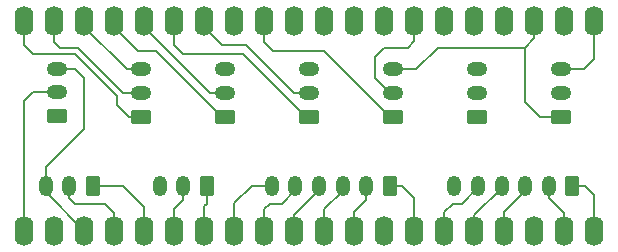
<source format=gbr>
%TF.GenerationSoftware,KiCad,Pcbnew,8.0.1*%
%TF.CreationDate,2024-04-20T16:28:09+12:00*%
%TF.ProjectId,RPi-Connector,5250692d-436f-46e6-9e65-63746f722e6b,rev?*%
%TF.SameCoordinates,Original*%
%TF.FileFunction,Copper,L1,Top*%
%TF.FilePolarity,Positive*%
%FSLAX46Y46*%
G04 Gerber Fmt 4.6, Leading zero omitted, Abs format (unit mm)*
G04 Created by KiCad (PCBNEW 8.0.1) date 2024-04-20 16:28:09*
%MOMM*%
%LPD*%
G01*
G04 APERTURE LIST*
G04 Aperture macros list*
%AMRoundRect*
0 Rectangle with rounded corners*
0 $1 Rounding radius*
0 $2 $3 $4 $5 $6 $7 $8 $9 X,Y pos of 4 corners*
0 Add a 4 corners polygon primitive as box body*
4,1,4,$2,$3,$4,$5,$6,$7,$8,$9,$2,$3,0*
0 Add four circle primitives for the rounded corners*
1,1,$1+$1,$2,$3*
1,1,$1+$1,$4,$5*
1,1,$1+$1,$6,$7*
1,1,$1+$1,$8,$9*
0 Add four rect primitives between the rounded corners*
20,1,$1+$1,$2,$3,$4,$5,0*
20,1,$1+$1,$4,$5,$6,$7,0*
20,1,$1+$1,$6,$7,$8,$9,0*
20,1,$1+$1,$8,$9,$2,$3,0*%
G04 Aperture macros list end*
%TA.AperFunction,ComponentPad*%
%ADD10RoundRect,0.250000X0.625000X-0.350000X0.625000X0.350000X-0.625000X0.350000X-0.625000X-0.350000X0*%
%TD*%
%TA.AperFunction,ComponentPad*%
%ADD11O,1.750000X1.200000*%
%TD*%
%TA.AperFunction,ComponentPad*%
%ADD12RoundRect,0.250000X0.350000X0.625000X-0.350000X0.625000X-0.350000X-0.625000X0.350000X-0.625000X0*%
%TD*%
%TA.AperFunction,ComponentPad*%
%ADD13O,1.200000X1.750000*%
%TD*%
%TA.AperFunction,ComponentPad*%
%ADD14O,1.600000X2.540000*%
%TD*%
%TA.AperFunction,Conductor*%
%ADD15C,0.200000*%
%TD*%
G04 APERTURE END LIST*
D10*
%TO.P,PWR1,1,Pin_1*%
%TO.N,/GND*%
X170180000Y-83312000D03*
D11*
%TO.P,PWR1,2,Pin_2*%
%TO.N,unconnected-(PWR1-Pin_2-Pad2)*%
X170180000Y-81312000D03*
%TO.P,PWR1,3,Pin_3*%
%TO.N,/VBUS*%
X170180000Y-79312000D03*
%TD*%
D10*
%TO.P,J8,1,Pin_1*%
%TO.N,Net-(J8-Pin_1)*%
X155956000Y-83312000D03*
D11*
%TO.P,J8,2,Pin_2*%
%TO.N,Net-(J8-Pin_2)*%
X155956000Y-81312000D03*
%TO.P,J8,3,Pin_3*%
%TO.N,/GND*%
X155956000Y-79312000D03*
%TD*%
D10*
%TO.P,J7,1,Pin_1*%
%TO.N,Net-(J7-Pin_1)*%
X141732000Y-83312000D03*
D11*
%TO.P,J7,2,Pin_2*%
%TO.N,Net-(J7-Pin_2)*%
X141732000Y-81312000D03*
%TO.P,J7,3,Pin_3*%
%TO.N,Net-(J6-Pin_3)*%
X141732000Y-79312000D03*
%TD*%
D10*
%TO.P,J6,1,Pin_1*%
%TO.N,Net-(J6-Pin_1)*%
X134620000Y-83312000D03*
D11*
%TO.P,J6,2,Pin_2*%
%TO.N,Net-(J6-Pin_2)*%
X134620000Y-81312000D03*
%TO.P,J6,3,Pin_3*%
%TO.N,Net-(J6-Pin_3)*%
X134620000Y-79312000D03*
%TD*%
D10*
%TO.P,J5,1,Pin_1*%
%TO.N,Net-(J5-Pin_1)*%
X127508000Y-83248000D03*
D11*
%TO.P,J5,2,Pin_2*%
%TO.N,Net-(J5-Pin_2)*%
X127508000Y-81248000D03*
%TO.P,J5,3,Pin_3*%
%TO.N,Net-(J4-Pin_3)*%
X127508000Y-79248000D03*
%TD*%
D12*
%TO.P,J4,1,Pin_1*%
%TO.N,Net-(J4-Pin_1)*%
X130556000Y-89154000D03*
D13*
%TO.P,J4,2,Pin_2*%
%TO.N,Net-(J4-Pin_2)*%
X128556000Y-89154000D03*
%TO.P,J4,3,Pin_3*%
%TO.N,Net-(J4-Pin_3)*%
X126556000Y-89154000D03*
%TD*%
D12*
%TO.P,J2,1,Pin_1*%
%TO.N,Net-(J2-Pin_1)*%
X155702000Y-89154000D03*
D13*
%TO.P,J2,2,Pin_2*%
%TO.N,Net-(J2-Pin_2)*%
X153702000Y-89154000D03*
%TO.P,J2,3,Pin_3*%
%TO.N,Net-(J2-Pin_3)*%
X151702000Y-89154000D03*
%TO.P,J2,4,Pin_4*%
%TO.N,Net-(J2-Pin_4)*%
X149702000Y-89154000D03*
%TO.P,J2,5,Pin_5*%
%TO.N,Net-(J2-Pin_5)*%
X147702000Y-89154000D03*
%TO.P,J2,6,Pin_6*%
%TO.N,Net-(J2-Pin_6)*%
X145702000Y-89154000D03*
%TD*%
D10*
%TO.P,I2C1,1,Pin_1*%
%TO.N,/SDA*%
X148844000Y-83312000D03*
D11*
%TO.P,I2C1,2,Pin_2*%
%TO.N,/SCL*%
X148844000Y-81312000D03*
%TO.P,I2C1,3,Pin_3*%
%TO.N,Net-(I2C1-Pin_3)*%
X148844000Y-79312000D03*
%TD*%
D10*
%TO.P,ALG1,1,Pin_1*%
%TO.N,/ADC0*%
X163068000Y-83312000D03*
D11*
%TO.P,ALG1,2,Pin_2*%
%TO.N,/ADC1*%
X163068000Y-81312000D03*
%TO.P,ALG1,3,Pin_3*%
%TO.N,Net-(ALG1-Pin_3)*%
X163068000Y-79312000D03*
%TD*%
D14*
%TO.P,U1,1,GP0*%
%TO.N,Net-(J1-Pin_1)*%
X173000000Y-93000000D03*
%TO.P,U1,2,GP1*%
%TO.N,Net-(J1-Pin_2)*%
X170460000Y-93000000D03*
%TO.P,U1,3,GND*%
%TO.N,Net-(J1-Pin_6)*%
X167920000Y-93000000D03*
%TO.P,U1,4,GP2*%
%TO.N,Net-(J1-Pin_3)*%
X165380000Y-93000000D03*
%TO.P,U1,5,GP3*%
%TO.N,Net-(J1-Pin_4)*%
X162840000Y-93000000D03*
%TO.P,U1,6,GP4*%
%TO.N,Net-(J1-Pin_5)*%
X160300000Y-93000000D03*
%TO.P,U1,7,GP5*%
%TO.N,Net-(J2-Pin_1)*%
X157760000Y-93000000D03*
%TO.P,U1,8,GND*%
%TO.N,unconnected-(U1-GND-Pad8)*%
X155220000Y-93000000D03*
%TO.P,U1,9,GP6*%
%TO.N,Net-(J2-Pin_2)*%
X152680000Y-93000000D03*
%TO.P,U1,10,GP7*%
%TO.N,Net-(J2-Pin_3)*%
X150140000Y-93000000D03*
%TO.P,U1,11,GP8*%
%TO.N,Net-(J2-Pin_4)*%
X147600000Y-93000000D03*
%TO.P,U1,12,GP9*%
%TO.N,Net-(J2-Pin_5)*%
X145060000Y-93000000D03*
%TO.P,U1,13,GND*%
%TO.N,Net-(J2-Pin_6)*%
X142520000Y-93000000D03*
%TO.P,U1,14,GP10*%
%TO.N,Net-(J3-Pin_1)*%
X139980000Y-93000000D03*
%TO.P,U1,15,GP11*%
%TO.N,Net-(J3-Pin_2)*%
X137440000Y-93000000D03*
%TO.P,U1,16,GP12*%
%TO.N,Net-(J4-Pin_1)*%
X134900000Y-93000000D03*
%TO.P,U1,17,GP13*%
%TO.N,Net-(J4-Pin_2)*%
X132360000Y-93000000D03*
%TO.P,U1,18,GND*%
%TO.N,Net-(J4-Pin_3)*%
X129820000Y-93000000D03*
%TO.P,U1,19,GP14*%
%TO.N,Net-(J5-Pin_1)*%
X127280000Y-93000000D03*
%TO.P,U1,20,GP15*%
%TO.N,Net-(J5-Pin_2)*%
X124740000Y-93000000D03*
%TO.P,U1,21,GP16*%
%TO.N,Net-(J6-Pin_1)*%
X124740000Y-75220000D03*
%TO.P,U1,22,GP17*%
%TO.N,Net-(J6-Pin_2)*%
X127280000Y-75220000D03*
%TO.P,U1,23,GND*%
%TO.N,Net-(J6-Pin_3)*%
X129820000Y-75220000D03*
%TO.P,U1,24,GP18*%
%TO.N,Net-(J7-Pin_1)*%
X132360000Y-75220000D03*
%TO.P,U1,25,GP19*%
%TO.N,Net-(J7-Pin_2)*%
X134900000Y-75220000D03*
%TO.P,U1,26,GP20*%
%TO.N,/SDA*%
X137440000Y-75220000D03*
%TO.P,U1,27,GP21*%
%TO.N,/SCL*%
X139980000Y-75220000D03*
%TO.P,U1,28,GND*%
%TO.N,Net-(I2C1-Pin_3)*%
X142520000Y-75220000D03*
%TO.P,U1,29,GP22*%
%TO.N,Net-(J8-Pin_1)*%
X145060000Y-75220000D03*
%TO.P,U1,30,RUN*%
%TO.N,unconnected-(U1-RUN-Pad30)*%
X147600000Y-75220000D03*
%TO.P,U1,31,GP26*%
%TO.N,/ADC0*%
X150140000Y-75220000D03*
%TO.P,U1,32,GP27*%
%TO.N,/ADC1*%
X152680000Y-75220000D03*
%TO.P,U1,33,GND*%
%TO.N,Net-(ALG1-Pin_3)*%
X155220000Y-75220000D03*
%TO.P,U1,34,GP28*%
%TO.N,Net-(J8-Pin_2)*%
X157760000Y-75220000D03*
%TO.P,U1,35,ADC_VREF*%
%TO.N,unconnected-(U1-ADC_VREF-Pad35)*%
X160300000Y-75220000D03*
%TO.P,U1,36,3V3(OUT)*%
%TO.N,unconnected-(U1-3V3(OUT)-Pad36)*%
X162840000Y-75220000D03*
%TO.P,U1,37,3V3_EN*%
%TO.N,unconnected-(U1-3V3_EN-Pad37)*%
X165380000Y-75220000D03*
%TO.P,U1,38,GND*%
%TO.N,/GND*%
X167920000Y-75220000D03*
%TO.P,U1,39,VSYS*%
%TO.N,unconnected-(U1-VSYS-Pad39)*%
X170460000Y-75220000D03*
%TO.P,U1,40,VBUS*%
%TO.N,/VBUS*%
X173000000Y-75220000D03*
%TD*%
D12*
%TO.P,J1,1,Pin_1*%
%TO.N,Net-(J1-Pin_1)*%
X171164000Y-89154000D03*
D13*
%TO.P,J1,2,Pin_2*%
%TO.N,Net-(J1-Pin_2)*%
X169164000Y-89154000D03*
%TO.P,J1,3,Pin_3*%
%TO.N,Net-(J1-Pin_3)*%
X167164000Y-89154000D03*
%TO.P,J1,4,Pin_4*%
%TO.N,Net-(J1-Pin_4)*%
X165164000Y-89154000D03*
%TO.P,J1,5,Pin_5*%
%TO.N,Net-(J1-Pin_5)*%
X163164000Y-89154000D03*
%TO.P,J1,6,Pin_6*%
%TO.N,Net-(J1-Pin_6)*%
X161164000Y-89154000D03*
%TD*%
D12*
%TO.P,J3,1,Pin_1*%
%TO.N,Net-(J3-Pin_1)*%
X140208000Y-89154000D03*
D13*
%TO.P,J3,2,Pin_2*%
%TO.N,Net-(J3-Pin_2)*%
X138208000Y-89154000D03*
%TO.P,J3,3,Pin_3*%
%TO.N,Net-(J2-Pin_6)*%
X136208000Y-89154000D03*
%TD*%
D15*
%TO.N,/VBUS*%
X173000000Y-78460000D02*
X173000000Y-75220000D01*
X172148000Y-79312000D02*
X173000000Y-78460000D01*
X170180000Y-79312000D02*
X172148000Y-79312000D01*
%TO.N,/GND*%
X167132000Y-82042000D02*
X168402000Y-83312000D01*
X168402000Y-83312000D02*
X170180000Y-83312000D01*
X167132000Y-77470000D02*
X167132000Y-82042000D01*
%TO.N,Net-(J8-Pin_2)*%
X157760000Y-76936000D02*
X157760000Y-75220000D01*
X155194000Y-77470000D02*
X157226000Y-77470000D01*
X154432000Y-78232000D02*
X155194000Y-77470000D01*
X154432000Y-80010000D02*
X154432000Y-78232000D01*
X155734000Y-81312000D02*
X154432000Y-80010000D01*
X155956000Y-81312000D02*
X155734000Y-81312000D01*
X157226000Y-77470000D02*
X157760000Y-76936000D01*
%TO.N,/GND*%
X167132000Y-77470000D02*
X167920000Y-76682000D01*
X159766000Y-77470000D02*
X167132000Y-77470000D01*
X157924000Y-79312000D02*
X159766000Y-77470000D01*
X155956000Y-79312000D02*
X157924000Y-79312000D01*
X167920000Y-76682000D02*
X167920000Y-75220000D01*
%TO.N,Net-(J8-Pin_1)*%
X155702000Y-83312000D02*
X155956000Y-83312000D01*
X150114000Y-77724000D02*
X155702000Y-83312000D01*
X145796000Y-77724000D02*
X150114000Y-77724000D01*
X145060000Y-75220000D02*
X145060000Y-76988000D01*
X145060000Y-76988000D02*
X145796000Y-77724000D01*
%TO.N,/SCL*%
X147606000Y-81312000D02*
X148844000Y-81312000D01*
X141478000Y-77216000D02*
X143510000Y-77216000D01*
X139980000Y-75718000D02*
X141478000Y-77216000D01*
X143510000Y-77216000D02*
X147606000Y-81312000D01*
X139980000Y-75220000D02*
X139980000Y-75718000D01*
%TO.N,/SDA*%
X148590000Y-83312000D02*
X148844000Y-83312000D01*
X143256000Y-77978000D02*
X148590000Y-83312000D01*
X138176000Y-77978000D02*
X143256000Y-77978000D01*
X137440000Y-75220000D02*
X137440000Y-77242000D01*
X137440000Y-77242000D02*
X138176000Y-77978000D01*
%TO.N,Net-(J7-Pin_2)*%
X140494000Y-81312000D02*
X141732000Y-81312000D01*
X134900000Y-75718000D02*
X140494000Y-81312000D01*
X134900000Y-75220000D02*
X134900000Y-75718000D01*
%TO.N,Net-(J7-Pin_1)*%
X141478000Y-83312000D02*
X141732000Y-83312000D01*
X135890000Y-77724000D02*
X141478000Y-83312000D01*
X134366000Y-77724000D02*
X135890000Y-77724000D01*
X132360000Y-75220000D02*
X132360000Y-75718000D01*
X132360000Y-75718000D02*
X134366000Y-77724000D01*
%TO.N,Net-(J6-Pin_3)*%
X133414000Y-79312000D02*
X134620000Y-79312000D01*
X129820000Y-75718000D02*
X133414000Y-79312000D01*
X129820000Y-75220000D02*
X129820000Y-75718000D01*
%TO.N,Net-(J6-Pin_2)*%
X133128000Y-81312000D02*
X134620000Y-81312000D01*
X127762000Y-77470000D02*
X129286000Y-77470000D01*
X127280000Y-76988000D02*
X127762000Y-77470000D01*
X127280000Y-75220000D02*
X127280000Y-76988000D01*
X129286000Y-77470000D02*
X133128000Y-81312000D01*
%TO.N,Net-(J6-Pin_1)*%
X133604000Y-83312000D02*
X134620000Y-83312000D01*
X132588000Y-82296000D02*
X133604000Y-83312000D01*
X132588000Y-81534000D02*
X132588000Y-82296000D01*
X129032000Y-77978000D02*
X132588000Y-81534000D01*
X125476000Y-77978000D02*
X129032000Y-77978000D01*
X124740000Y-77242000D02*
X125476000Y-77978000D01*
X124740000Y-75220000D02*
X124740000Y-77242000D01*
%TO.N,Net-(J4-Pin_3)*%
X129794000Y-80010000D02*
X129032000Y-79248000D01*
X126556000Y-87566000D02*
X129794000Y-84328000D01*
X129032000Y-79248000D02*
X127508000Y-79248000D01*
X126556000Y-89154000D02*
X126556000Y-87566000D01*
X129794000Y-84328000D02*
X129794000Y-80010000D01*
%TO.N,Net-(J5-Pin_2)*%
X124740000Y-82016000D02*
X125508000Y-81248000D01*
X125508000Y-81248000D02*
X127508000Y-81248000D01*
X124740000Y-93000000D02*
X124740000Y-82016000D01*
%TO.N,Net-(J4-Pin_3)*%
X126556000Y-89736000D02*
X129820000Y-93000000D01*
X126556000Y-89154000D02*
X126556000Y-89736000D01*
%TO.N,Net-(J4-Pin_2)*%
X132360000Y-91466000D02*
X132360000Y-93000000D01*
X131572000Y-90678000D02*
X132360000Y-91466000D01*
X128556000Y-90202000D02*
X129032000Y-90678000D01*
X128556000Y-89154000D02*
X128556000Y-90202000D01*
X129032000Y-90678000D02*
X131572000Y-90678000D01*
%TO.N,Net-(J4-Pin_1)*%
X134900000Y-90958000D02*
X134900000Y-93000000D01*
X133096000Y-89154000D02*
X134900000Y-90958000D01*
X130556000Y-89154000D02*
X133096000Y-89154000D01*
%TO.N,Net-(J3-Pin_2)*%
X137440000Y-91160000D02*
X137440000Y-93000000D01*
X138208000Y-89154000D02*
X138208000Y-90392000D01*
X138208000Y-90392000D02*
X137440000Y-91160000D01*
%TO.N,Net-(J3-Pin_1)*%
X139980000Y-90906000D02*
X139980000Y-93000000D01*
X140208000Y-90678000D02*
X139980000Y-90906000D01*
X140208000Y-89154000D02*
X140208000Y-90678000D01*
%TO.N,Net-(J2-Pin_6)*%
X142520000Y-90652000D02*
X142520000Y-93000000D01*
X144018000Y-89154000D02*
X142520000Y-90652000D01*
X145702000Y-89154000D02*
X144018000Y-89154000D01*
%TO.N,Net-(J2-Pin_5)*%
X145542000Y-90678000D02*
X145060000Y-91160000D01*
X147702000Y-89534000D02*
X146558000Y-90678000D01*
X145060000Y-91160000D02*
X145060000Y-93000000D01*
X147702000Y-89154000D02*
X147702000Y-89534000D01*
X146558000Y-90678000D02*
X145542000Y-90678000D01*
%TO.N,Net-(J2-Pin_4)*%
X147600000Y-91668000D02*
X147600000Y-93000000D01*
X149702000Y-89566000D02*
X147600000Y-91668000D01*
X149702000Y-89154000D02*
X149702000Y-89566000D01*
%TO.N,Net-(J2-Pin_3)*%
X150140000Y-91160000D02*
X150140000Y-93000000D01*
X151702000Y-89154000D02*
X151702000Y-89598000D01*
X151702000Y-89598000D02*
X150140000Y-91160000D01*
%TO.N,Net-(J2-Pin_2)*%
X152680000Y-91414000D02*
X152680000Y-93000000D01*
X153702000Y-90392000D02*
X152680000Y-91414000D01*
X153702000Y-89154000D02*
X153702000Y-90392000D01*
%TO.N,Net-(J2-Pin_1)*%
X157760000Y-90196000D02*
X157760000Y-93000000D01*
X156718000Y-89154000D02*
X157760000Y-90196000D01*
X155702000Y-89154000D02*
X156718000Y-89154000D01*
%TO.N,Net-(J1-Pin_5)*%
X161036000Y-90678000D02*
X160300000Y-91414000D01*
X160300000Y-91414000D02*
X160300000Y-93000000D01*
X161798000Y-90678000D02*
X161036000Y-90678000D01*
X163164000Y-89312000D02*
X161798000Y-90678000D01*
X163164000Y-89154000D02*
X163164000Y-89312000D01*
%TO.N,Net-(J1-Pin_4)*%
X162840000Y-91668000D02*
X162840000Y-93000000D01*
X165164000Y-89344000D02*
X162840000Y-91668000D01*
X165164000Y-89154000D02*
X165164000Y-89344000D01*
%TO.N,Net-(J1-Pin_3)*%
X165380000Y-91414000D02*
X165380000Y-93000000D01*
X167164000Y-89630000D02*
X165380000Y-91414000D01*
X167164000Y-89154000D02*
X167164000Y-89630000D01*
%TO.N,Net-(J1-Pin_2)*%
X170460000Y-91466000D02*
X170460000Y-93000000D01*
X169164000Y-90170000D02*
X170460000Y-91466000D01*
X169164000Y-89154000D02*
X169164000Y-90170000D01*
%TO.N,Net-(J1-Pin_1)*%
X173000000Y-89942000D02*
X173000000Y-93000000D01*
X172212000Y-89154000D02*
X173000000Y-89942000D01*
X171164000Y-89154000D02*
X172212000Y-89154000D01*
%TD*%
M02*

</source>
